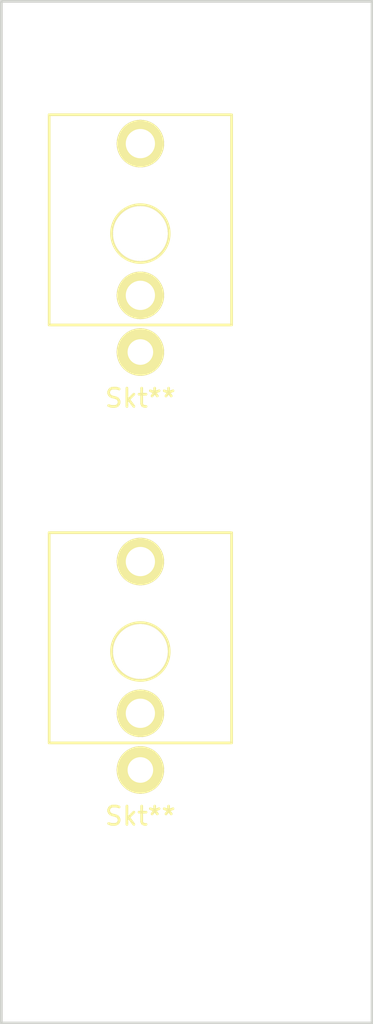
<source format=kicad_pcb>
(kicad_pcb (version 4) (host pcbnew 4.0.7-e2-6376~61~ubuntu18.04.1)

  (general
    (links 0)
    (no_connects 0)
    (area 0 0 0 0)
    (thickness 1.6)
    (drawings 4)
    (tracks 0)
    (zones 0)
    (modules 2)
    (nets 1)
  )

  (page A4)
  (layers
    (0 F.Cu signal)
    (31 B.Cu signal)
    (32 B.Adhes user)
    (33 F.Adhes user)
    (34 B.Paste user)
    (35 F.Paste user)
    (36 B.SilkS user)
    (37 F.SilkS user)
    (38 B.Mask user)
    (39 F.Mask user)
    (40 Dwgs.User user)
    (41 Cmts.User user)
    (42 Eco1.User user)
    (43 Eco2.User user)
    (44 Edge.Cuts user)
    (45 Margin user)
    (46 B.CrtYd user)
    (47 F.CrtYd user)
    (48 B.Fab user)
    (49 F.Fab user)
  )

  (setup
    (last_trace_width 0.25)
    (trace_clearance 0.2)
    (zone_clearance 0.508)
    (zone_45_only no)
    (trace_min 0.2)
    (segment_width 0.2)
    (edge_width 0.15)
    (via_size 0.6)
    (via_drill 0.4)
    (via_min_size 0.4)
    (via_min_drill 0.3)
    (uvia_size 0.3)
    (uvia_drill 0.1)
    (uvias_allowed no)
    (uvia_min_size 0.2)
    (uvia_min_drill 0.1)
    (pcb_text_width 0.3)
    (pcb_text_size 1.5 1.5)
    (mod_edge_width 0.15)
    (mod_text_size 1 1)
    (mod_text_width 0.15)
    (pad_size 1.524 1.524)
    (pad_drill 0.762)
    (pad_to_mask_clearance 0.2)
    (aux_axis_origin 0 0)
    (visible_elements FFFFFF7F)
    (pcbplotparams
      (layerselection 0x00030_80000001)
      (usegerberextensions false)
      (excludeedgelayer true)
      (linewidth 0.100000)
      (plotframeref false)
      (viasonmask false)
      (mode 1)
      (useauxorigin false)
      (hpglpennumber 1)
      (hpglpenspeed 20)
      (hpglpendiameter 15)
      (hpglpenoverlay 2)
      (psnegative false)
      (psa4output false)
      (plotreference true)
      (plotvalue true)
      (plotinvisibletext false)
      (padsonsilk false)
      (subtractmaskfromsilk false)
      (outputformat 1)
      (mirror false)
      (drillshape 1)
      (scaleselection 1)
      (outputdirectory ""))
  )

  (net 0 "")

  (net_class Default "This is the default net class."
    (clearance 0.2)
    (trace_width 0.25)
    (via_dia 0.6)
    (via_drill 0.4)
    (uvia_dia 0.3)
    (uvia_drill 0.1)
  )

  (module europi:Thonkiconn (layer F.Cu) (tedit 578F71E3) (tstamp 5E308539)
    (at 129.54 45.72)
    (fp_text reference Skt** (at 0 9) (layer F.SilkS)
      (effects (font (size 1 1) (thickness 0.15)))
    )
    (fp_text value Thonkiconn (at -0.03 -7.66) (layer F.Fab)
      (effects (font (size 1 1) (thickness 0.15)))
    )
    (fp_line (start -5 -6.5) (end -5 5) (layer F.SilkS) (width 0.15))
    (fp_line (start -5 5) (end 5 5) (layer F.SilkS) (width 0.15))
    (fp_line (start 5 5) (end 5 -6.5) (layer F.SilkS) (width 0.15))
    (fp_line (start 5 -6.5) (end -5 -6.5) (layer F.SilkS) (width 0.15))
    (fp_circle (center 0 0) (end 1.5 -0.5) (layer F.SilkS) (width 0.15))
    (pad "" thru_hole circle (at 0 0) (size 3 3) (drill 3) (layers *.Cu *.Mask F.SilkS))
    (pad 3 thru_hole circle (at 0 -4.92) (size 2.6 2.6) (drill 1.6) (layers *.Cu *.Mask F.SilkS))
    (pad 2 thru_hole circle (at 0 3.38) (size 2.6 2.6) (drill 1.6) (layers *.Cu *.Mask F.SilkS))
    (pad 1 thru_hole circle (at 0 6.48) (size 2.6 2.6) (drill 1.4) (layers *.Cu *.Mask F.SilkS))
  )

  (module europi:Thonkiconn (layer F.Cu) (tedit 578F71E3) (tstamp 5E308552)
    (at 129.54 68.58)
    (fp_text reference Skt** (at 0 9) (layer F.SilkS)
      (effects (font (size 1 1) (thickness 0.15)))
    )
    (fp_text value Thonkiconn (at -0.03 -7.66) (layer F.Fab)
      (effects (font (size 1 1) (thickness 0.15)))
    )
    (fp_line (start -5 -6.5) (end -5 5) (layer F.SilkS) (width 0.15))
    (fp_line (start -5 5) (end 5 5) (layer F.SilkS) (width 0.15))
    (fp_line (start 5 5) (end 5 -6.5) (layer F.SilkS) (width 0.15))
    (fp_line (start 5 -6.5) (end -5 -6.5) (layer F.SilkS) (width 0.15))
    (fp_circle (center 0 0) (end 1.5 -0.5) (layer F.SilkS) (width 0.15))
    (pad "" thru_hole circle (at 0 0) (size 3 3) (drill 3) (layers *.Cu *.Mask F.SilkS))
    (pad 3 thru_hole circle (at 0 -4.92) (size 2.6 2.6) (drill 1.6) (layers *.Cu *.Mask F.SilkS))
    (pad 2 thru_hole circle (at 0 3.38) (size 2.6 2.6) (drill 1.6) (layers *.Cu *.Mask F.SilkS))
    (pad 1 thru_hole circle (at 0 6.48) (size 2.6 2.6) (drill 1.4) (layers *.Cu *.Mask F.SilkS))
  )

  (gr_line (start 121.92 88.9) (end 121.92 33.02) (angle 90) (layer Edge.Cuts) (width 0.15))
  (gr_line (start 142.24 88.9) (end 121.92 88.9) (angle 90) (layer Edge.Cuts) (width 0.15))
  (gr_line (start 142.24 33.02) (end 142.24 88.9) (angle 90) (layer Edge.Cuts) (width 0.15))
  (gr_line (start 121.92 33.02) (end 142.24 33.02) (angle 90) (layer Edge.Cuts) (width 0.15))

)

</source>
